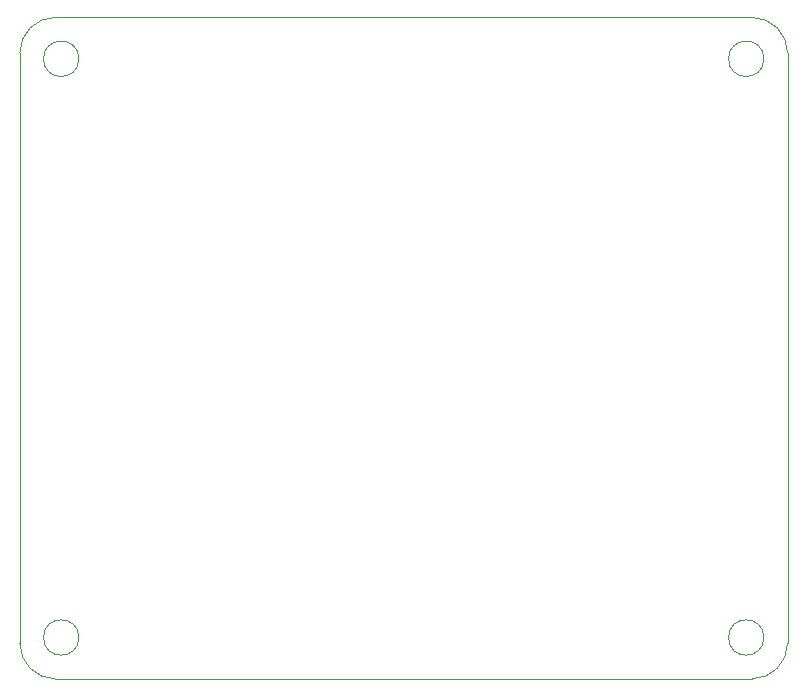
<source format=gbr>
%TF.GenerationSoftware,KiCad,Pcbnew,9.0.7*%
%TF.CreationDate,2026-02-09T21:03:29-05:00*%
%TF.ProjectId,central-board,63656e74-7261-46c2-9d62-6f6172642e6b,rev?*%
%TF.SameCoordinates,PX448a630PY53bb8c0*%
%TF.FileFunction,Profile,NP*%
%FSLAX46Y46*%
G04 Gerber Fmt 4.6, Leading zero omitted, Abs format (unit mm)*
G04 Created by KiCad (PCBNEW 9.0.7) date 2026-02-09 21:03:29*
%MOMM*%
%LPD*%
G01*
G04 APERTURE LIST*
%TA.AperFunction,Profile*%
%ADD10C,0.050000*%
%TD*%
%TA.AperFunction,Profile*%
%ADD11C,0.100000*%
%TD*%
G04 APERTURE END LIST*
D10*
%TO.C,J4*%
X63047501Y3525000D02*
G75*
G02*
X60047499Y3525000I-1500001J0D01*
G01*
X60047499Y3525000D02*
G75*
G02*
X63047501Y3525000I1500001J0D01*
G01*
X63047501Y52525000D02*
G75*
G02*
X60047499Y52525000I-1500001J0D01*
G01*
X60047499Y52525000D02*
G75*
G02*
X63047501Y52525000I1500001J0D01*
G01*
X5047501Y3525000D02*
G75*
G02*
X2047499Y3525000I-1500001J0D01*
G01*
X2047499Y3525000D02*
G75*
G02*
X5047501Y3525000I1500001J0D01*
G01*
X5047501Y52525000D02*
G75*
G02*
X2047499Y52525000I-1500001J0D01*
G01*
X2047499Y52525000D02*
G75*
G02*
X5047501Y52525000I1500001J0D01*
G01*
D11*
X65047500Y3025000D02*
G75*
G02*
X62047500Y25000I-3000000J0D01*
G01*
X62047500Y56025000D02*
G75*
G02*
X65047500Y53025000I0J-3000000D01*
G01*
X3047500Y25000D02*
G75*
G02*
X47500Y3025000I1J3000001D01*
G01*
X47500Y53025000D02*
G75*
G02*
X3047500Y56025000I3000001J-1D01*
G01*
X65047500Y53025000D02*
X65047500Y3025000D01*
X3047500Y25000D02*
X62047500Y25000D01*
X3047500Y56025000D02*
X62047500Y56025000D01*
X47500Y37525000D02*
X47500Y3025000D01*
X47500Y53025000D02*
X47500Y37525000D01*
%TD*%
M02*

</source>
